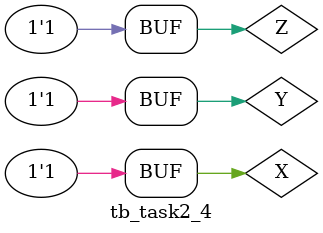
<source format=v>
`timescale 1ns/1ps
`include "task2_4.v"
module tb_task2_4;

    // task2_4 Parameters
    parameter PERIOD = 10;

    // task2_4 Inputs
    reg X = 0;
    reg Y = 0;
    reg Z = 0;

    // task2_4 Outputs
    wire F;

    task2_4 u_task2_4 (
        .X(X),
        .Y(Y),
        .Z(Z),
        .F(F)
    );

    initial begin
        $dumpfile("./wave/tb_task2_4.vcd");
        $dumpvars(0, tb_task2_4);
        #PERIOD;
        X = 0; Y = 0; Z = 0;
        #PERIOD;
        X = 0; Y = 0; Z = 1;
        #PERIOD;
        X = 0; Y = 1; Z = 0;
        #PERIOD;
        X = 0; Y = 1; Z = 1;
        #PERIOD;
        X = 1; Y = 0; Z = 0;
        #PERIOD;
        X = 1; Y = 0; Z = 1;
        #PERIOD;
        X = 1; Y = 1; Z = 0;
        #PERIOD;
        X = 1; Y = 1; Z = 1;
        #PERIOD;
    end

endmodule
</source>
